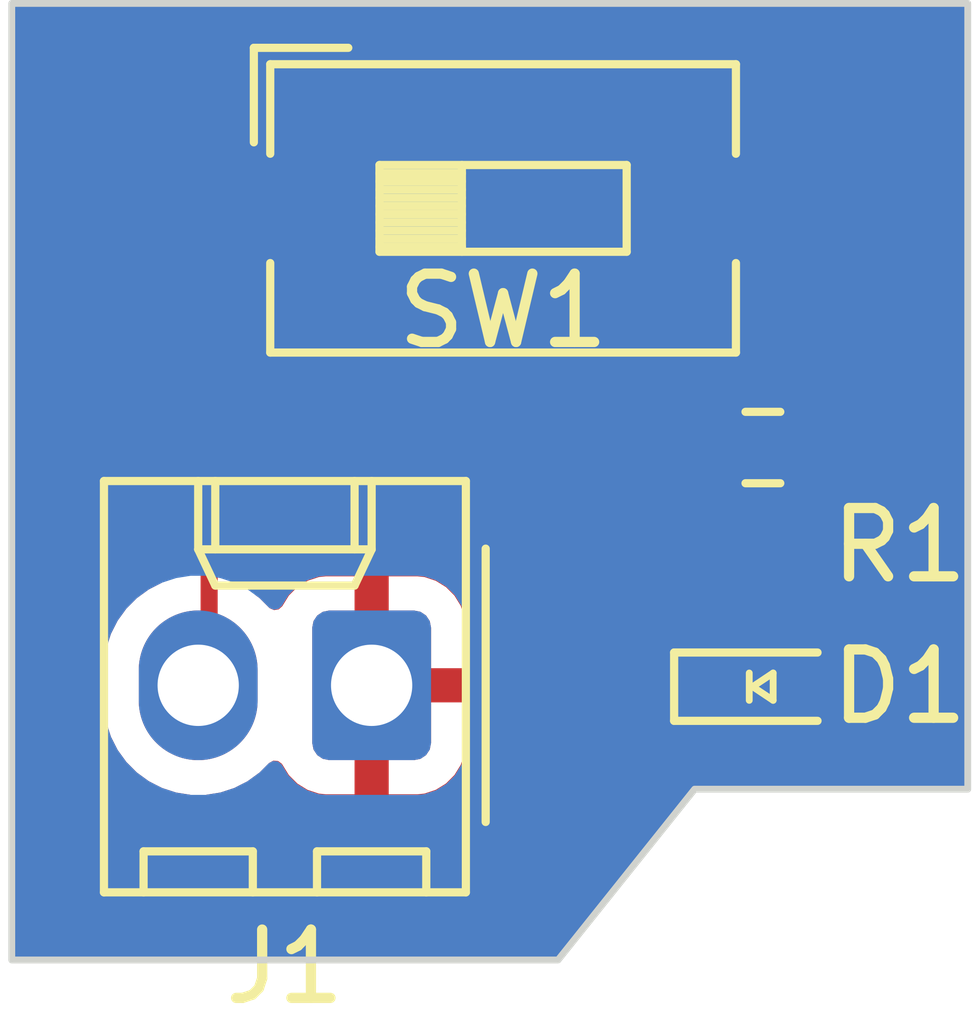
<source format=kicad_pcb>
(kicad_pcb (version 20240108) (generator "pcbnew") (generator_version "8.0")
  (title_block (title "LED board 1") (date "2022-08-16") (rev "0.0") (company "Illini Solar Car") (comment 1 "Designed By: Piotr Pajerski"))
  (layers (0 "F.Cu" signal) (31 "B.Cu" signal) (34 "B.Paste" user) (35 "F.Paste" user) (36 "B.SilkS" user "B.Silkscreen") (37 "F.SilkS" user "F.Silkscreen") (38 "B.Mask" user) (39 "F.Mask" user) (44 "Edge.Cuts" user))
  (net 0 "")
  (net 1 "Net-(D1-A)")
  (net 2 "GND")
  (net 3 "+3.3V")
  (net 4 "Net-(R1-Pad1)")
  (footprint "Resistor_SMD:R_0603_1608Metric_Pad0.98x0.95mm_HandSolder" (layer "F.Cu") (at 141 96.5 180)
    (property "Reference" "R1" (at -2 -1.43 360) (layer "F.SilkS"))
    (property "Value" "R_US")
    (fp_line (start -0.254724 0.5225) (end 0.254724 0.5225) (stroke (width 0.12)) (layer "F.SilkS"))
    (fp_line (start -0.254724 -0.5225) (end 0.254724 -0.5225) (stroke (width 0.12)) (layer "F.SilkS"))
    (pad "1" smd roundrect (at -0.9125 0 180) (size 0.975 0.95) (layers "F.Cu" "F.Paste" "F.Mask") (net 4 "Net-(R1-Pad1)"))
    (pad "2" smd roundrect (at 0.9125 0 180) (size 0.975 0.95) (layers "F.Cu" "F.Paste" "F.Mask") (net 1 "Net-(D1-A)"))
  )
  (footprint "Connector_Molex:Molex_KK-254_AE-6410-02A_1x02_P2.54mm_Vertical" (layer "F.Cu") (at 135.27 99.98 180)
    (property "Reference" "J1" (at 1.27 -4.12 360) (layer "F.SilkS"))
    (property "Value" "Conn_01x02")
    (fp_line (start 3.92 2.99) (end 3.92 -3.03) (stroke (width 0.12)) (layer "F.SilkS"))
    (fp_line (start 3.92 -3.03) (end -1.38 -3.03) (stroke (width 0.12)) (layer "F.SilkS"))
    (fp_line (start 3.34 -2.43) (end 3.34 -3.03) (stroke (width 0.12)) (layer "F.SilkS"))
    (fp_line (start 2.54 1.99) (end 2.54 2.99) (stroke (width 0.12)) (layer "F.SilkS"))
    (fp_line (start 2.29 2.99) (end 2.29 1.99) (stroke (width 0.12)) (layer "F.SilkS"))
    (fp_line (start 2.29 1.46) (end 2.54 1.99) (stroke (width 0.12)) (layer "F.SilkS"))
    (fp_line (start 1.74 -2.43) (end 3.34 -2.43) (stroke (width 0.12)) (layer "F.SilkS"))
    (fp_line (start 1.74 -3.03) (end 1.74 -2.43) (stroke (width 0.12)) (layer "F.SilkS"))
    (fp_line (start 0.8 -2.43) (end 0.8 -3.03) (stroke (width 0.12)) (layer "F.SilkS"))
    (fp_line (start 0.25 2.99) (end 0.25 1.99) (stroke (width 0.12)) (layer "F.SilkS"))
    (fp_line (start 0.25 1.46) (end 2.29 1.46) (stroke (width 0.12)) (layer "F.SilkS"))
    (fp_line (start 0 2.99) (end 0 1.99) (stroke (width 0.12)) (layer "F.SilkS"))
    (fp_line (start 0 1.99) (end 2.54 1.99) (stroke (width 0.12)) (layer "F.SilkS"))
    (fp_line (start 0 1.99) (end 0.25 1.46) (stroke (width 0.12)) (layer "F.SilkS"))
    (fp_line (start -0.8 -2.43) (end 0.8 -2.43) (stroke (width 0.12)) (layer "F.SilkS"))
    (fp_line (start -0.8 -3.03) (end -0.8 -2.43) (stroke (width 0.12)) (layer "F.SilkS"))
    (fp_line (start -1.38 2.99) (end 3.92 2.99) (stroke (width 0.12)) (layer "F.SilkS"))
    (fp_line (start -1.38 -3.03) (end -1.38 2.99) (stroke (width 0.12)) (layer "F.SilkS"))
    (fp_line (start -1.67 -2) (end -1.67 2) (stroke (width 0.12)) (layer "F.SilkS"))
    (pad "1" thru_hole roundrect (at 0 0 180) (size 1.74 2.19) (drill 1.19) (layers "*.Cu" "*.Mask") (roundrect_rratio 0.143678) (net 2 "GND"))
    (pad "2" thru_hole oval (at 2.54 0 180) (size 1.74 2.19) (drill 1.19) (layers "*.Cu" "*.Mask") (net 3 "+3.3V"))
  )
  (footprint "layout:LED_0603_Symbol_on_F.SilkS" (layer "F.Cu") (at 141 100)
    (property "Reference" "D1" (at 2 0 0) (layer "F.SilkS"))
    (property "Value" "LED")
    (fp_line (start -1.3 -0.5) (end -1.3 0.5) (stroke (width 0.12)) (layer "F.SilkS"))
    (fp_line (start -1.3 -0.5) (end 0.8 -0.5) (stroke (width 0.12)) (layer "F.SilkS"))
    (fp_line (start -1.3 0.5) (end 0.8 0.5) (stroke (width 0.12)) (layer "F.SilkS"))
    (fp_line (start -0.2 -0.2) (end -0.2 0.2) (stroke (width 0.1)) (layer "F.SilkS"))
    (fp_line (start -0.15 0) (end 0.15 -0.2) (stroke (width 0.1)) (layer "F.SilkS"))
    (fp_line (start 0.15 -0.2) (end 0.15 0.2) (stroke (width 0.1)) (layer "F.SilkS"))
    (fp_line (start 0.15 0.2) (end -0.15 0) (stroke (width 0.1)) (layer "F.SilkS"))
    (pad "1" smd rect (at -0.8 0 180) (size 0.8 0.8) (layers "F.Cu" "F.Paste" "F.Mask") (net 2 "GND"))
    (pad "2" smd rect (at 0.8 0 180) (size 0.8 0.8) (layers "F.Cu" "F.Paste" "F.Mask") (net 1 "Net-(D1-A)"))
  )
  (footprint "Button_Switch_SMD:SW_DIP_SPSTx01_Slide_6.7x4.1mm_W8.61mm_P2.54mm_LowProfile" (layer "F.Cu") (at 137.195 93)
    (property "Reference" "SW1" (at 0 1.5 0) (layer "F.SilkS"))
    (property "Value" "SW_Push")
    (fp_line (start -3.65 -2.35) (end -3.65 -0.967) (stroke (width 0.12)) (layer "F.SilkS"))
    (fp_line (start -3.65 -2.35) (end -2.267 -2.35) (stroke (width 0.12)) (layer "F.SilkS"))
    (fp_line (start -3.41 -2.11) (end -3.41 -0.8) (stroke (width 0.12)) (layer "F.SilkS"))
    (fp_line (start -3.41 -2.11) (end 3.41 -2.11) (stroke (width 0.12)) (layer "F.SilkS"))
    (fp_line (start -3.41 0.8) (end -3.41 2.11) (stroke (width 0.12)) (layer "F.SilkS"))
    (fp_line (start -3.41 2.11) (end 3.41 2.11) (stroke (width 0.12)) (layer "F.SilkS"))
    (fp_line (start -1.81 -0.635) (end -1.81 0.635) (stroke (width 0.12)) (layer "F.SilkS"))
    (fp_line (start -1.81 -0.515) (end -0.603333 -0.515) (stroke (width 0.12)) (layer "F.SilkS"))
    (fp_line (start -1.81 -0.395) (end -0.603333 -0.395) (stroke (width 0.12)) (layer "F.SilkS"))
    (fp_line (start -1.81 -0.275) (end -0.603333 -0.275) (stroke (width 0.12)) (layer "F.SilkS"))
    (fp_line (start -1.81 -0.155) (end -0.603333 -0.155) (stroke (width 0.12)) (layer "F.SilkS"))
    (fp_line (start -1.81 -0.035) (end -0.603333 -0.035) (stroke (width 0.12)) (layer "F.SilkS"))
    (fp_line (start -1.81 0.085) (end -0.603333 0.085) (stroke (width 0.12)) (layer "F.SilkS"))
    (fp_line (start -1.81 0.205) (end -0.603333 0.205) (stroke (width 0.12)) (layer "F.SilkS"))
    (fp_line (start -1.81 0.325) (end -0.603333 0.325) (stroke (width 0.12)) (layer "F.SilkS"))
    (fp_line (start -1.81 0.445) (end -0.603333 0.445) (stroke (width 0.12)) (layer "F.SilkS"))
    (fp_line (start -1.81 0.565) (end -0.603333 0.565) (stroke (width 0.12)) (layer "F.SilkS"))
    (fp_line (start -1.81 0.635) (end 1.81 0.635) (stroke (width 0.12)) (layer "F.SilkS"))
    (fp_line (start -0.603333 -0.635) (end -0.603333 0.635) (stroke (width 0.12)) (layer "F.SilkS"))
    (fp_line (start 1.81 -0.635) (end -1.81 -0.635) (stroke (width 0.12)) (layer "F.SilkS"))
    (fp_line (start 1.81 0.635) (end 1.81 -0.635) (stroke (width 0.12)) (layer "F.SilkS"))
    (fp_line (start 3.41 -2.11) (end 3.41 -0.8) (stroke (width 0.12)) (layer "F.SilkS"))
    (fp_line (start 3.41 0.8) (end 3.41 2.11) (stroke (width 0.12)) (layer "F.SilkS"))
    (pad "1" smd rect (at -4.305 0) (size 2.44 1.12) (layers "F.Cu" "F.Paste" "F.Mask") (net 3 "+3.3V"))
    (pad "2" smd rect (at 4.305 0) (size 2.44 1.12) (layers "F.Cu" "F.Paste" "F.Mask") (net 4 "Net-(R1-Pad1)"))
  )
  (gr_poly (pts (xy 130 90) (xy 144 90) (xy 144 101.5) (xy 140 101.5) (xy 138 104) (xy 130 104)) (stroke (width 0.1)) (fill none) (layer "Edge.Cuts"))
  (segment (start 141.8 100) (end 141.8 98.2125) (width 0.25) (layer "F.Cu") (net 1))
  (segment (start 141.8 98.2125) (end 140.0875 96.5) (width 0.25) (layer "F.Cu") (net 1))
  (segment (start 140.18 99.98) (end 140.2 100) (width 0.25) (layer "F.Cu") (net 2))
  (segment (start 132.89 99.82) (end 132.73 99.98) (width 0.25) (layer "F.Cu") (net 3))
  (segment (start 132.89 93) (end 132.89 99.82) (width 0.25) (layer "F.Cu") (net 3))
  (segment (start 141.9125 96.5) (end 141.9125 93.4125) (width 0.25) (layer "F.Cu") (net 4))
  (segment (start 141.9125 93.4125) (end 141.5 93) (width 0.25) (layer "F.Cu") (net 4))
  (zone (net 2) (net_name "GND") (layer "F.Cu") (connect_pads (clearance 0.508)) (min_thickness 0.25) (fill yes (thermal_gap 0.5) (thermal_bridge_width 0.5))
    (polygon (pts (xy 144 90) (xy 130 90) (xy 130 104) (xy 138 104) (xy 140 101.5) (xy 144 101.5)))
  )
  (zone (net 0) (net_name "") (layer "B.Cu") (priority 1) (connect_pads (clearance 0.508)) (min_thickness 0.25) (fill yes (thermal_gap 0.5) (thermal_bridge_width 0.5) (island_removal_mode 1) (island_area_min 10))
    (polygon (pts (xy 130 90) (xy 144 90) (xy 144 101.5) (xy 140 101.5) (xy 138 104) (xy 130 104)))
  )
)
</source>
